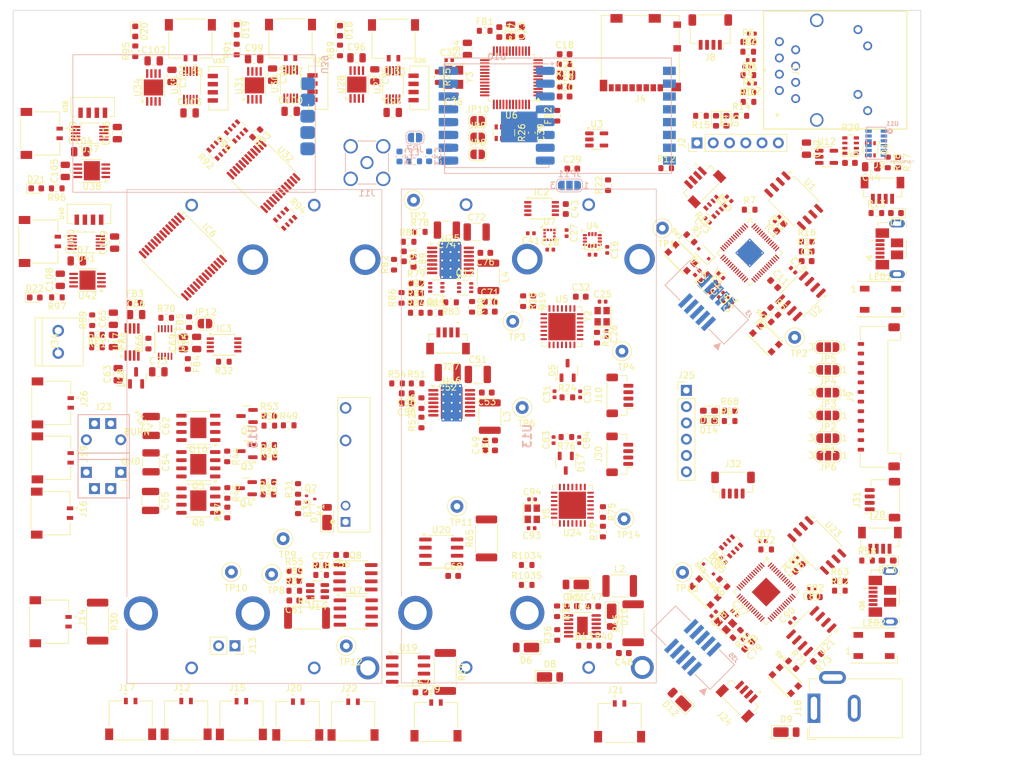
<source format=kicad_pcb>
(kicad_pcb (version 20240108) (generator "pcbnew") (generator_version "8.0")
  (layers (0 "F.Cu" signal) (1 "In1.Cu" signal) (2 "In2.Cu" signal) (31 "B.Cu" signal) (34 "B.Paste" user) (35 "F.Paste" user) (36 "B.SilkS" user "B.Silkscreen") (37 "F.SilkS" user "F.Silkscreen") (38 "B.Mask" user) (39 "F.Mask" user) (44 "Edge.Cuts" user))
  (net 0 "")
  (net 1 "Net-(IC1-XIN)")
  (net 2 "GND")
  (net 3 "Net-(C2-Pad2)")
  (net 4 "/Flight Computer Stuff/RX+")
  (net 5 "Net-(C3-Pad1)")
  (net 6 "GNDA")
  (net 7 "/Flight Computer Stuff/RCT")
  (net 8 "/Flight Computer Stuff/RX-")
  (net 9 "1.2V")
  (net 10 "+3V3")
  (net 11 "/Flight Computer Stuff/TCT")
  (net 12 "VDDA")
  (net 13 "Net-(U5-OSC1)")
  (net 14 "Net-(U5-OSC2)")
  (net 15 "Net-(U6-TOCAP)")
  (net 16 "Net-(U6-1V20)")
  (net 17 "Net-(U7-C1)")
  (net 18 "/Flight Computer Stuff/RF_VCC")
  (net 19 "/Flight Computer Stuff/CANL")
  (net 20 "/Flight Computer Stuff/CANH")
  (net 21 "+5V")
  (net 22 "/Flight Computer Stuff/RF1_ANT")
  (net 23 "Net-(U6-XO)")
  (net 24 "Net-(U6-XI{slash}CLKIN)")
  (net 25 "Net-(J33-Pin_2)")
  (net 26 "Net-(J33-Pin_1)")
  (net 27 "Net-(D6-K)")
  (net 28 "Net-(D11-K)")
  (net 29 "Net-(D10-K)")
  (net 30 "VBATT_SENSE")
  (net 31 "VBUSP")
  (net 32 "BURN")
  (net 33 "Heater")
  (net 34 "PACK-")
  (net 35 "B-")
  (net 36 "/Electrical Power System Stuff/VDD")
  (net 37 "/Electrical Power System Stuff/Jetson_pwr")
  (net 38 "AGND")
  (net 39 "AVDD")
  (net 40 "+3.3V")
  (net 41 "Net-(IC5-XIN)")
  (net 42 "/Electrical Power System Stuff/CANH")
  (net 43 "/Electrical Power System Stuff/CANL")
  (net 44 "Net-(U24-OSC1)")
  (net 45 "Net-(U24-OSC2)")
  (net 46 "/Payload Stuff/F0_ENB")
  (net 47 "/Payload Stuff/F1_ENB")
  (net 48 "/Payload Stuff/F2_ENB")
  (net 49 "/Payload Stuff/F3_ENB")
  (net 50 "/Payload Stuff/F4_ENB")
  (net 51 "2.8V")
  (net 52 "/Flight Computer Stuff/D3")
  (net 53 "Net-(D1-A)")
  (net 54 "FC_RX")
  (net 55 "FC_TX")
  (net 56 "Net-(D3-K)")
  (net 57 "VSOLAR_I")
  (net 58 "+9V")
  (net 59 "Net-(D18-A)")
  (net 60 "Net-(D19-A)")
  (net 61 "Net-(D20-A)")
  (net 62 "Net-(D21-A)")
  (net 63 "Net-(D22-A)")
  (net 64 "/Flight Computer Stuff/RF1_IO4")
  (net 65 "/Flight Computer Stuff/D+")
  (net 66 "FC_SDA0")
  (net 67 "/Flight Computer Stuff/SPI0_CS0")
  (net 68 "/Flight Computer Stuff/RF1_IO0")
  (net 69 "/Flight Computer Stuff/D7")
  (net 70 "/Flight Computer Stuff/SPI0_CS3")
  (net 71 "/Flight Computer Stuff/D6")
  (net 72 "/Flight Computer Stuff/ENABLE_BURN {slash} PC")
  (net 73 "/Flight Computer Stuff/SWCLK")
  (net 74 "/Flight Computer Stuff/SPI0_MISO")
  (net 75 "/Flight Computer Stuff/D8")
  (net 76 "/Flight Computer Stuff/SWDIO")
  (net 78 "D0")
  (net 79 "/Flight Computer Stuff/SPI0_CS2")
  (net 80 "/Flight Computer Stuff/RF1_RST")
  (net 81 "/Flight Computer Stuff/QSPI_SCK")
  (net 82 "/Flight Computer Stuff/D9")
  (net 83 "/Flight Computer Stuff/SPI0_SCK")
  (net 84 "/Flight Computer Stuff/QSPI_CS")
  (net 85 "/Flight Computer Stuff/SPI0_MOSI")
  (net 86 "/Flight Computer Stuff/QSPI_DATA[3]")
  (net 87 "FC_SCL0")
  (net 88 "/Flight Computer Stuff/SPI0_CS1")
  (net 89 "/Flight Computer Stuff/QSPI_DATA[1]")
  (net 90 "FC_RESET")
  (net 91 "/Flight Computer Stuff/QSPI_DATA[0]")
  (net 92 "Net-(IC1-XOUT)")
  (net 93 "/Flight Computer Stuff/SDA1")
  (net 94 "/Flight Computer Stuff/WDT_WDI")
  (net 95 "/Flight Computer Stuff/QSPI_DATA[2]")
  (net 96 "/Flight Computer Stuff/HS")
  (net 97 "/Flight Computer Stuff/BURN_RELAY_A {slash} D5")
  (net 98 "/Flight Computer Stuff/NEOPIX")
  (net 99 "/Flight Computer Stuff/D-")
  (net 100 "/Flight Computer Stuff/SCL1")
  (net 101 "/Flight Computer Stuff/I2C_RESET {slash} VS")
  (net 102 "/Flight Computer Stuff/ENAB_RF {slash} D2")
  (net 103 "/Flight Computer Stuff/VBUS_RESET {slash} D4")
  (net 104 "/Electrical Power System Stuff/SCL0")
  (net 105 "/Electrical Power System Stuff/SDA0")
  (net 106 "Net-(IC3-OS)")
  (net 107 "/Electrical Power System Stuff/CHRG'")
  (net 108 "Net-(IC4-VIN_REG)")
  (net 109 "Net-(IC4-VFB)")
  (net 112 "Net-(IC4-SENSE)")
  (net 113 "/Electrical Power System Stuff/USBBOOT")
  (net 114 "/Electrical Power System Stuff/A0")
  (net 115 "/Electrical Power System Stuff/WDT_WDI")
  (net 116 "/Electrical Power System Stuff/BURN_RELAY_A")
  (net 117 "/Electrical Power System Stuff/SWDIO")
  (net 118 "/Electrical Power System Stuff/5V_enable")
  (net 119 "/Electrical Power System Stuff/SWCLK")
  (net 120 "Net-(IC5-XOUT)")
  (net 121 "/Electrical Power System Stuff/QSPI_DATA[2]")
  (net 122 "EPS_SCL1")
  (net 123 "EPS_SDA1")
  (net 124 "/Electrical Power System Stuff/QSPI_DATA[0]")
  (net 125 "/Electrical Power System Stuff/QSPI_SCK")
  (net 126 "/Electrical Power System Stuff/SPI1_MISO")
  (net 127 "/Electrical Power System Stuff/SPI0_CS0")
  (net 128 "/Electrical Power System Stuff/Jetson")
  (net 129 "/Electrical Power System Stuff/QSPI_DATA[3]")
  (net 130 "/Electrical Power System Stuff/QSPI_DATA[1]")
  (net 131 "/Electrical Power System Stuff/ENABLE_BURN")
  (net 132 "/Electrical Power System Stuff/SPI1_CS0")
  (net 133 "/Electrical Power System Stuff/SPI0_MOSI")
  (net 134 "/Electrical Power System Stuff/ENAB_RF")
  (net 135 "/Electrical Power System Stuff/SPI1_MOSI")
  (net 136 "/Electrical Power System Stuff/ENAB_HEATER")
  (net 137 "/Electrical Power System Stuff/D+")
  (net 138 "/Electrical Power System Stuff/A1")
  (net 139 "/Electrical Power System Stuff/SPI1_SCK")
  (net 140 "/Electrical Power System Stuff/~{RESET}")
  (net 141 "/Electrical Power System Stuff/SPI0_MISO")
  (net 142 "/Electrical Power System Stuff/NEO_PWR")
  (net 143 "/Electrical Power System Stuff/D-")
  (net 144 "/Electrical Power System Stuff/SPI0_SCK")
  (net 145 "/Electrical Power System Stuff/VBUS_RESET")
  (net 146 "/Electrical Power System Stuff/QSPI_CS")
  (net 147 "/Electrical Power System Stuff/NEOPIX")
  (net 148 "/Electrical Power System Stuff/FC_RESET")
  (net 157 "/Payload Stuff/payload")
  (net 160 "/Flight Computer Stuff/GREENLED")
  (net 161 "/Flight Computer Stuff/TX+")
  (net 162 "/Flight Computer Stuff/TX-")
  (net 163 "/Flight Computer Stuff/YELLOWLED")
  (net 164 "VSOLAR")
  (net 165 "/Flight Computer Stuff/USB_D+")
  (net 166 "/Flight Computer Stuff/USB_D-")
  (net 167 "/Flight Computer Stuff/FC_USB_pwr")
  (net 168 "VBatt")
  (net 169 "VBatt1")
  (net 170 "/Electrical Power System Stuff/USB_D-")
  (net 171 "VBUS")
  (net 172 "/Electrical Power System Stuff/USB_D+")
  (net 173 "Net-(JP10-B)")
  (net 174 "Net-(K1-PadNO)")
  (net 175 "PACK+")
  (net 178 "Net-(Q3-D)")
  (net 179 "Net-(Q3-G)")
  (net 180 "Net-(Q7-G)")
  (net 181 "Net-(Q8-G)")
  (net 182 "/Electrical Power System Stuff/3V3_EN")
  (net 183 "Net-(Q11A-B1)")
  (net 184 "Net-(Q11B-B2)")
  (net 185 "/Flight Computer Stuff/SCL_3V")
  (net 186 "/Flight Computer Stuff/SDA_3V")
  (net 187 "Net-(U2-~{RESET})")
  (net 188 "Net-(U5-RESET)")
  (net 189 "Net-(U5-STBY)")
  (net 190 "Net-(U6-EXRES1)")
  (net 191 "Net-(J37-Pin_1)")
  (net 192 "Net-(R26-R4.1)")
  (net 193 "/Electrical Power System Stuff/ENAB_BURN")
  (net 194 "BM")
  (net 195 "Net-(U24-RESET)")
  (net 196 "/Payload Stuff/F0_SCL")
  (net 197 "/Payload Stuff/F0_SDA")
  (net 198 "/Payload Stuff/F1_SDA")
  (net 199 "/Payload Stuff/F1_SCL")
  (net 200 "/Payload Stuff/F3_SDA")
  (net 201 "/Payload Stuff/F2_SCL")
  (net 202 "/Payload Stuff/F2_SDA")
  (net 203 "/Payload Stuff/F3_SCL")
  (net 204 "I2C_RESET")
  (net 205 "/Payload Stuff/F4_SCL")
  (net 206 "/Payload Stuff/Break_SDA")
  (net 207 "/Payload Stuff/F4_SDA")
  (net 208 "/Payload Stuff/Break_SCL")
  (net 209 "/Flight Computer Stuff/GPIO")
  (net 210 "/Flight Computer Stuff/XSHUT_2.8V")
  (net 211 "Net-(U2-~{MR})")
  (net 213 "/Flight Computer Stuff/MISO_ETHER")
  (net 225 "/Flight Computer Stuff/TXCAN")
  (net 228 "/Flight Computer Stuff/RXCAN")
  (net 262 "/Electrical Power System Stuff/OUT")
  (net 266 "/Electrical Power System Stuff/RXCAN")
  (net 269 "/Electrical Power System Stuff/TXCAN")
  (net 275 "Net-(C6-Pad1)")
  (net 276 "Net-(J11-In)")
  (net 277 "Net-(U16-SW1)")
  (net 278 "Net-(U16-VBST)")
  (net 279 "Net-(C56-Pad1)")
  (net 280 "Net-(U14-V-)")
  (net 281 "Net-(U16-SS)")
  (net 282 "Net-(U14-VC)")
  (net 283 "Net-(U16-VREG5)")
  (net 284 "Net-(U17--IN)")
  (net 285 "Net-(U17-+IN)")
  (net 286 "Net-(U17-+Vs)")
  (net 287 "Net-(U25-VBST)")
  (net 288 "Net-(U25-SW1)")
  (net 289 "Net-(C78-Pad2)")
  (net 290 "Net-(U25-SS)")
  (net 291 "Net-(U25-VREG5)")
  (net 292 "Net-(Q12A-C1)")
  (net 293 "Net-(U27-REG)")
  (net 294 "Net-(U30-REG)")
  (net 295 "Net-(U35-REG)")
  (net 296 "Net-(U37-REG)")
  (net 297 "Net-(U41-REG)")
  (net 298 "Net-(D2-A)")
  (net 299 "Net-(D4-K)")
  (net 307 "Net-(J9-Pin_7)")
  (net 308 "Net-(J9-Pin_11)")
  (net 309 "Net-(J9-Pin_1)")
  (net 310 "Net-(J9-Pin_6)")
  (net 311 "Net-(J9-Pin_8)")
  (net 312 "Net-(J9-Pin_10)")
  (net 314 "Net-(J34-Pin_2)")
  (net 315 "Net-(J34-Pin_1)")
  (net 320 "Net-(JP8-B)")
  (net 321 "Net-(JP9-B)")
  (net 322 "Net-(JP12-A)")
  (net 323 "Net-(D7-A)")
  (net 324 "Net-(Q2-E)")
  (net 325 "Net-(Q4-G)")
  (net 326 "Net-(Q4-D)")
  (net 327 "Net-(Q7-D-Pad5)")
  (net 328 "Net-(Q9-G)")
  (net 329 "Net-(Q10-Gate)")
  (net 330 "Net-(Q12A-B1)")
  (net 331 "Net-(Q12B-B2)")
  (net 332 "Net-(U16-VFB)")
  (net 333 "Net-(U16-PG)")
  (net 334 "Net-(U17-REF)")
  (net 335 "Net-(U21-~{RESET})")
  (net 336 "Net-(U25-VFB)")
  (net 337 "Net-(U25-PG)")
  (net 338 "Net-(R84-Pad2)")
  (net 350 "Net-(U21-~{MR})")
  (net 353 "Net-(J37-Pin_2)")
  (net 356 "Net-(J38-Pin_2)")
  (net 364 "Net-(J38-Pin_1)")
  (net 365 "Net-(J39-Pin_1)")
  (net 369 "Net-(J39-Pin_2)")
  (net 371 "Net-(D14-Pad1)")
  (net 372 "Net-(D15-Pad1)")
  (net 373 "Net-(D13-Pad2)")
  (net 374 "Net-(D16-Pad2)")
  (net 375 "Net-(J40-Pin_2)")
  (net 376 "Net-(J40-Pin_1)")
  (net 377 "Net-(J12-Pin_2)")
  (net 378 "Net-(J17-Pin_1)")
  (net 379 "Net-(R1034-Pad2)")
  (footprint "Jumper:SolderJumper-3_P1.3mm_Open_RoundedPad1.0x1.5mm_NumberLabels" (layer "F.Cu") (at 202.975 96.15 180)
    (property "Reference" "JP2")
    (property "Value" "Jumper_3_Open")
  )
  (footprint "Diode_SMD:D_PowerDI-123" (layer "F.Cu") (at 159.602817 136.971446)
    (property "Reference" "D8")
    (property "Value" "DFLS130L")
  )
  (footprint "Capacitor_SMD:C_0603_1608Metric" (layer "F.Cu") (at 139.402817 139.363946)
    (property "Reference" "C67")
    (property "Value" "0.1uF")
  )
  (footprint "Connector_JST:JST_SH_SM04B-SRSS-TB_1x04-1MP_P1.00mm_Horizontal" (layer "F.Cu") (at 184.625 36.325 180)
    (property "Reference" "J8")
    (property "Value" "Breakout")
  )
  (footprint "Capacitor_SMD:C_0402_1005Metric" (layer "F.Cu") (at 188.45 127.025 -45)
    (property "Reference" "C77")
    (property "Value" "22pF")
  )
  (footprint "Resistor_SMD:R_0603_1608Metric" (layer "F.Cu") (at 194.625 79.9 -45)
    (property "Reference" "R5")
    (property "Value" "10k")
  )
  (footprint "flat-sat:BTN_KMR2_4.6X2.8" (layer "F.Cu") (at 196.340254 137.502512 -45)
    (property "Reference" "SW4")
    (property "Value" "KMR2")
  )
  (footprint "Resistor_SMD:R_0603_1608Metric" (layer "F.Cu") (at 136.452817 77.808946 90)
    (property "Reference" "R86")
    (property "Value" "100K")
  )
  (footprint "Capacitor_SMD:C_0402_1005Metric" (layer "F.Cu") (at 190.05 130.775 -135)
    (property "Reference" "C88")
    (property "Value" "0.1uF")
  )
  (footprint "flat-sat:MOLEX_504050-0291" (layer "F.Cu") (at 94.182817 143.758946)
    (property "Reference" "J17")
    (property "Value" "Foot2")
  )
  (footprint "Jumper:SolderJumper-2_P1.3mm_Open_RoundedPad1.0x1.5mm" (layer "F.Cu") (at 148.325001 55.4125)
    (property "Reference" "JP8")
    (property "Value" "SolderJumper_2_Open")
  )
  (footprint "Resistor_SMD:R_0603_1608Metric" (layer "F.Cu") (at 160.75 49.3875 90)
    (property "Reference" "FB2")
    (property "Value" "FerriteBead")
  )
  (footprint "TestPoint:TestPoint_Loop_D1.80mm_Drill1.0mm_Beaded" (layer "F.Cu") (at 109.902817 120.571446)
    (property "Reference" "TP10")
    (property "Value" "GND")
  )
  (footprint "Capacitor_SMD:C_0603_1608Metric" (layer "F.Cu") (at 138.727817 77.058946)
    (property "Reference" "C92")
    (property "Value" "10uF")
  )
  (footprint "flat-sat:ScrewTerminal" (layer "F.Cu") (at 82.877817 84.671446 -90)
    (property "Reference" "J34")
    (property "Value" "Screw_Terminal_01x02")
  )
  (footprint "Capacitor_SMD:C_0402_1005Metric" (layer "F.Cu") (at 190.375 41.725 180)
    (property "Reference" "C4")
    (property "Value" "10nf")
  )
  (footprint "LED_SMD:LED_0603_1608Metric" (layer "F.Cu") (at 126.85 36.125 -90)
    (property "Reference" "D18")
    (property "Value" "CQY99")
  )
  (footprint "Capacitor_SMD:C_0402_1005Metric" (layer "F.Cu") (at 191.125 36.575 180)
    (property "Reference" "C6")
    (property "Value" "6.8nf")
  )
  (footprint "Resistor_SMD:R_0603_1608Metric" (layer "F.Cu") (at 147.452817 79.208946 -90)
    (property "Reference" "R88")
    (property "Value" "10K")
  )
  (footprint "Package_TO_SOT_SMD:SOT-363_SC-70-6" (layer "F.Cu") (at 141.877817 76.171446 180)
    (property "Reference" "Q11")
    (property "Value" "MBT2222ADW1T1")
  )
  (footprint "Resistor_SMD:R_0603_1608Metric" (layer "F.Cu") (at 115.817501 96.2)
    (property "Reference" "R53")
    (property "Value" "100k")
  )
  (footprint "flat-sat:BTN_KMR2_4.6X2.8" (layer "F.Cu") (at 180.1 71.55 -45)
    (property "Reference" "SW1")
    (property "Value" "KMR2")
  )
  (footprint "flat-sat:MOLEX_504050-0291" (layer "F.Cu") (at 81.7875 94.2 -90)
    (property "Reference" "J26")
    (property "Value" "Jetson")
  )
  (footprint "flat-sat:BTN_KMR2_4.6X2.8" (layer "F.Cu") (at 183.775 123.693629 -45)
    (property "Reference" "SW3")
    (property "Value" "KMR2")
  )
  (footprint "Package_SO:SOIC-8_3.9x4.9mm_P1.27mm" (layer "F.Cu") (at 129.252817 121.411446)
    (property "Reference" "Q8")
    (property "Value" "IRF7458")
  )
  (footprint "Capacitor_SMD:C_0402_1005Metric" (layer "F.Cu") (at 168.55 70.325 -90)
    (property "Reference" "C16")
    (property "Value" "100nf")
  )
  (footprint "Diode_SMD:D_PowerDI-123" (layer "F.Cu") (at 196.5 145.575)
    (property "Reference" "D9")
    (property "Value" "DFLS130L")
  )
  (footprint "TestPoint:TestPoint_Loop_D1.80mm_Drill1.0mm_Beaded" (layer "F.Cu") (at 117.977817 115.396446)
    (property "Reference" "TP9")
    (property "Value" "BM")
  )
  (footprint "Package_TO_SOT_SMD:SOT-523" (layer "F.Cu") (at 122.270001 109.2)
    (property "Reference" "Q2")
    (property "Value" "MMBT2222AT")
  )
  (footprint "LED_SMD:LED_0603_1608Metric" (layer "F.Cu") (at 94.9 36.225 -90)
    (property "Reference" "D20")
    (property "Value" "CQY99")
  )
  (footprint "Jumper:SolderJumper-2_P1.3mm_Open_RoundedPad1.0x1.5mm" (layer "F.Cu") (at 148.325004 52.762499)
    (property "Reference" "JP9")
    (property "Value" "SolderJumper_2_Open")
  )
  (footprint "Package_SO:SOIC-8_3.9x4.9mm_P1.27mm" (layer "F.Cu") (at 137.477817 135.813946)
    (property "Reference" "U19")
    (property "Value" "INA219AxD")
  )
  (footprint "Resistor_SMD:R_0603_1608Metric" (layer "F.Cu") (at 186.65 122.293629 135)
    (property "Reference" "R69")
    (property "Value" "1k")
  )
  (footprint "Resistor_SMD:R_0603_1608Metric" (layer "F.Cu") (at 120.300001 110.65 -90)
    (property "Reference" "R33")
    (property "Value" "100")
  )
  (footprint "Resistor_SMD:R_0603_1608Metric" (layer "F.Cu") (at 138.727817 78.583946)
    (property "Reference" "R81")
    (property "Value" "100K")
  )
  (footprint "Capacitor_SMD:C_0402_1005Metric" (layer "F.Cu") (at 182.6 73.9 -135)
    (property "Reference" "C2")
    (property "Value" "22pF")
  )
  (footprint "Capacitor_SMD:C_0603_1608Metric" (layer "F.Cu") (at 163.042817 125.911446)
    (property "Reference" "C46")
    (property "Value" "10uF")
  )
  (footprint "flat-sat:MOLEX_504050-0291" (layer "F.Cu") (at 128.882817 143.871446)
    (property "Reference" "J22")
    (property "Value" "RBF")
  )
  (footprint "Package_DFN_QFN:QFN-28-1EP_6x6mm_P0.65mm_EP4.25x4.25mm" (layer "F.Cu") (at 163.105 110.17 180)
    (property "Reference" "U24")
    (property "Value" "MCP25625-E/ML")
  )
  (footprint "Capacitor_SMD:C_0603_1608Metric" (layer "F.Cu") (at 151.027817 100.833946 90)
    (property "Reference" "C50")
    (property "Value" "22uF")
  )
  (footprint "Resistor_SMD:R_0603_1608Metric" (layer "F.Cu") (at 160.717817 126.711446 -90)
    (property "Reference" "R35")
    (property "Value" "94k")
  )
  (footprint "Capacitor_SMD:C_0603_1608Metric" (layer "F.Cu") (at 123.902817 119.521446)
    (property "Reference" "C57")
    (property "Value" "0.1uF")
  )
  (footprint "Capacitor_SMD:C_0603_1608Metric" (layer "F.Cu") (at 164.425 77.625)
    (property "Reference" "C32")
    (property "Value" "10uf")
  )
  (footprint "Resistor_SMD:R_0603_1608Metric" (layer "F.Cu") (at 189.475 49.399999)
    (property "Reference" "R14")
    (property "Value" "1k")
  )
  (footprint "Package_SO:SOIC-8-1EP_3.9x4.9mm_P1.27mm_EP2.514x3.2mm" (layer "F.Cu") (at 104.7425 98.1 180)
    (property "Reference" "Q10")
    (property "Value" "NDS8434")
  )
  (footprint "Resistor_SMD:R_0603_1608Metric" (layer "F.Cu") (at 109.2625 108.25 -90)
    (property "Reference" "R45")
    (property "Value" "100k")
  )
  (footprint "Package_SO:HTSSOP-14-1EP_4.4x5mm_P0.65mm_EP3.4x5mm_Mask3x3.1mm_ThermalVias" (layer "F.Cu") (at 144.090317 71.958946)
    (property "Reference" "U25")
    (property "Value" "TPS54226PWPRPWP14_2P31X2P46-L")
  )
  (footprint "Capacitor_SMD:C_0603_1608Metric" (layer "F.Cu") (at 155.25 36.3375 90)
    (property "Reference" "C17")
    (property "Value" "0.1uF")
  )
  (footprint "Package_TO_SOT_SMD:SOT-23-6" (layer "F.Cu") (at 123.340317 123.571446 180)
    (property "Reference" "U14")
    (property "Value" "R5460N208AA")
  )
  (footprint "Capacitor_SMD:C_0402_1005Metric" (layer "F.Cu") (at 190.95 40.7 180)
    (property "Reference" "C3")
    (property "Value" "6.8nf")
  )
  (footprint "Connector_JST:JST_SH_BM04B-SRSS-TB_1x04-1MP_P1.00mm_Vertical" (layer "F.Cu") (at 188.175 107.025)
    (property "Reference" "J32")
    (property "Value" "I2C1 Breakout")
  )
  (footprint "Resistor_SMD:R_0603_1608Metric" (layer "F.Cu") (at 119.715317 120.408946)
    (property "Reference" "R55")
    (property "Value" "330")
  )
  (footprint "Capacitor_SMD:C_0402_1005Metric" (layer "F.Cu") (at 192.8 115.775)
    (property "Reference" "C87")
    (property "Value" "0.1uF")
  )
  (footprint "Capacitor_SMD:C_0402_1005Metric" (layer "F.Cu") (at 162.2075 67.7075 -90)
    (property "Reference" "C27")
    (property "Value" "100nf")
  )
  (footprint "Capacitor_SMD:C_0603_1608Metric" (layer "F.Cu") (at 144.502817 121.196446)
    (property "Reference" "C68")
    (property "Value" "0.1uF")
  )
  (footprint "Resistor_SMD:R_0603_1608Metric" (layer "F.Cu") (at 96.952817 84.946445 90)
    (property "Reference" "R66")
    (property "Value" "1k")
  )
  (footprint "Capacitor_SMD:C_0603_1608Metric" (layer "F.Cu") (at 150.227817 78.408946)
    (property "Reference" "C71")
    (property "Value" "22uF")
  )
  (footprint "Package_SO:MSOP-8-1EP_3x3mm_P0.65mm_EP2.5x3mm_Mask1.73x2.36mm" (layer "F.Cu") (at 129.465 44.52 90)
    (property "Reference" "U28")
    (property "Value" "MCP9808_DFN")
  )
  (footprint "Resistor_SMD:R_0603_1608Metric" (layer "F.Cu") (at 155.975 119.49)
    (property "Reference" "R1034")
    (property "Value" "100K")
  )
  (footprint "Jumper:SolderJumper-3_P1.3mm_Open_RoundedPad1.0x1.5mm_NumberLabels" (layer "F.Cu") (at 202.975 92.6 180)
    (property "Reference" "JP3")
    (property "Value" "Jumper_3_Open")
  )
  (footprint "Capacitor_SMD:C_0805_2012Metric" (layer "F.Cu") (at 95.027817 80.421446)
    (property "Reference" "C66")
    (property "Value" "1uF")
  )
  (footprint "Capacitor_SMD:C_0402_1005Metric" (layer "F.Cu") (at 195.05 65.525 -135)
    (property "Reference" "C7")
    (property "Value" "100nf")
  )
  (footprint "Package_TO_SOT_SMD:SOT-23" (layer "F.Cu") (at 112.3125 101.725 180)
    (property "Reference" "Q3")
    (property "Value" "IRLML2803")
  )
  (footprint "Capacitor_SMD:C_0402_1005Metric" (layer "F.Cu") (at 187.564411 62.364411 135)
    (property "Reference" "C10")
    (property "Value" "100nf")
  )
  (footprint "Capacitor_SMD:C_0805_2012Metric" (layer "F.Cu") (at 135.075 48.875)
    (property "Reference" "C97")
    (property "Value" "1uF")
  )
  (footprint "Capacitor_SMD:C_0603_1608Metric" (layer "F.Cu") (at 149.752817 92.583946 180)
    (property "Reference" "C53")
    (property "Value" "0.1uF")
  )
  (footprint "Capacitor_SMD:C_0603_1608Metric" (layer "F.Cu") (at 206.425001 56.75)
    (property "Reference" "C45")
    (property "Value" "0.1uF")
  )
  (footprint "Capacitor_SMD:C_0603_1608Metric" (layer "F.Cu") (at 137.252817 92.708946 180)
    (property "Reference" "C60")
    (property "Value" "1uF")
  )
  (footprint "Resistor_SMD:R_0402_1005Metric" (layer "F.Cu") (at 186.275 74.35 135)
    (property "Reference" "R3")
    (property "Value" "1k")
  )
  (footprint "flat-sat:MOLEX_504050-0291" (layer "F.Cu") (at 80.059998 52.15 -90)
    (property "Reference" "J39")
    (property "Value" "Driver3")
  )
  (footprint "Resistor_SMD:R_Array_Convex_4x0603" (layer "F.Cu") (at 118.286351 65.462644 -45)
    (property "Reference" "R94")
    (property "Value" "10k")
  )
  (footprint "Capacitor_SMD:C_0603_1608Metric" (layer "F.Cu") (at 161.9 44.8625)
    (property "Reference" "C19")
    (property "Value" "0.1uF")
  )
  (footprint "Package_SO:SOIC-8_3.9x4.9mm_P1.27mm" (layer "F.Cu") (at 142.652817 117.421446)
    (property "Reference" "U20")
    (property "Value" "INA219AxD")
  )
  (footprint "Resistor_SMD:R_2512_6332Metric" (layer "F.Cu") (at 172.592817 128.586446 90)
    (property "Reference" "R46")
    (property "Value" "0.1")
  )
  (footprint "Capacitor_SMD:C_0805_2012Metric" (layer "F.Cu") (at 129.425 40.35)
    (property "Reference" "C96")
    (property "Value" "1uF")
  )
  (footprint "Package_TO_SOT_SMD:SOT-23-3" (layer "F.Cu") (at 162.3625 89.1375 90)
    (property "Reference" "D5")
    (property "Value" "PESD1CAN")
  )
  (footprint "Capacitor_SMD:C_0402_1005Metric" (layer "F.Cu") (at 164.325 92.87 -90)
    (property "Reference" "C30")
    (property "Value" "47pf")
  )
  (footprint "Package_TO_SOT_SMD:SOT-363_SC-70-6" (layer "F.Cu") (at 146.377817 76.208946)
    (property "Reference" "Q12")
    (property "Value" "MBT2222ADW1T1")
  )
  (footprint "Resistor_SMD:R_0603_1608Metric" (layer "F.Cu") (at 94.827817 78.596446)
    (property "Reference" "FB3")
    (property "Value" "FerriteBead")
  )
  (footprint "Resistor_SMD:R_0603_1608Metric" (layer "F.Cu") (at 141.727817 80.133946)
    (property "Reference" "R85")
    (property "Value" "100K")
  )
  (footprint "Capacitor_SMD:C_0402_1005Metric" (layer "F.Cu") (at 159.6575 70.2825)
    (property "Reference" "C28")
    (property "Value" "220nf")
  )
  (footprint "Capacitor_SMD:C_0402_1005Metric" (layer "F.Cu") (at 156.6325 67.7325 180)
    (property "Reference" "C41")
    (property "Value" "100nf")
  )
  (footprint "Package_SO:TSSOP-8_3x3mm_P0.65mm" (layer "F.Cu") (at 108.752816 85.146446)
    (property "Reference" "IC3")
    (property "Value" "PCT2075DP,118")
  )
  (footprint "Connector_Card:microSD_HC_Molex_104031-0811" (layer "F.Cu") (at 173.725 39.575 180)
    (property "Reference" "J4")
    (property "Value" "104031-0811")
  )
  (footprint "Package_QFP:LQFP-48_7x7mm_P0.5mm" (layer "F.Cu") (at 153.6 43.4625 180)
    (property "Reference" "U6")
    (property "Value" "W5500")
  )
  (footprint "Package_SO:VSSOP-10_3x3mm_P0.5mm" (layer "F.Cu") (at 135.125 44.575 90)
    (property "Reference" "U27")
    (property "Value" "DRV2605LDGS")
  )
  (footprint "TestPoint:TestPoint_Loop_D1.80mm_Drill1.0mm_Beaded" (layer "F.Cu") (at 177.15 66.925)
    (property "Reference" "TP1")
    (property "Value" "USBBOOT")
  )
  (footprint "Package_SO:SOIC-8_5.275x5.275mm_P1.27mm" (layer "F.Cu") (at 197.65 62.65 -45)
    (property "Reference" "U1")
    (property "Value" "W25Q128JV")
  )
  (footprint "Capacitor_SMD:C_0603_1608Metric" (layer "F.Cu") (at 195.551992 66.823008 45)
    (property "Reference" "C9")
    (property "Value" "1uF")
  )
  (footprint "Package_SO:SO-8_3.9x4.9mm_P1.27mm" (layer "F.Cu") (at 200.404038 129.822667 -135)
    (property "Reference" "U21")
    (property "Value" "MAX706RESA")
  )
  (footprint "LED_SMD:LED_0603_1608Metric" (layer "F.Cu") (at 79.225 77.75)
    (property "Reference" "D22")
    (property "Value" "CQY99")
  )
  (footprint "Capacitor_SMD:C_0603_1608Metric" (layer "F.Cu") (at 119.715317 125.033946 180)
    (property "Reference" "C61")
    (property "Value" "0.1uF")
  )
  (footprint "Capacitor_SMD:C_0603_1608Metric" (layer "F.Cu") (at 150.227817 79.958946)
    (property "Reference" "C70")
    (property "Value" "22uF")
  )
  (footprint "Capacitor_SMD:C_0805_2012Metric" (layer "F.Cu") (at 119.15 48.7)
    (property "Reference" "C100")
    (property "Value" "1uF")
  )
  (footprint "Resistor_SMD:R_0603_1608Metric" (layer "F.Cu") (at 103.102817 88.121446 -90)
    (property "Reference" "FB4")
    (property "Value" "FerriteBead")
  )
  (footprint "Capacitor_SMD:C_0603_1608Metric" (layer "F.Cu") (at 137.252817 94.258946 180)
    (property "Reference" "C58")
    (property "Value" "3.3nF")
  )
  (footprint "Diode_SMD:D_PowerDI-123" (layer "F.Cu") (at 155.877817 132.371446 180)
    (property "Reference" "D6")
    (property "Value" "DFLS130L")
  )
  (footprint "Capacitor_SMD:C_0402_1005Metric" (layer "F.Cu") (at 167.825 78.4)
    (property "Reference" "C25")
    (property "Value" "22pf")
  )
  (footprint "Capacitor_SMD:C_0402_1005Metric" (layer "F.Cu") (at 197.45 128.15 45)
    (property "Reference" "C90")
    (property "Value" "0.1uF")
  )
  (footprint "Capacitor_SMD:C_0402_1005Metric" (layer "F.Cu") (at 200.45 123.225 180)
    (property "Reference" "C80")
    (property "Value" "0.1uF")
  )
  (footprint "Capacitor_SMD:C_0603_1608Metric" (layer "F.Cu") (at 136.802817 71.333946 -90)
    (property "Reference" "C91")
    (property "Value" "1uF")
  )
  (footprint "Resistor_SMD:R_0603_1608Metric" (layer "F.Cu") (at 115.7875 100.775 180)
    (property "Reference" "R38")
    (property "Value" "10k")
  )
  (footprint "Diode_SMD:D_0603_1608Metric_Pad1.05x0.95mm_HandSolder" (layer "F.Cu") (at 212.3 118.8 180)
    (property "Reference" "D13")
    (property "Value" "Blue")
  )
  (footprint "Capacitor_SMD:C_0805_2012Metric" (layer "F.Cu") (at 100.625 43.175 -90)
    (property "Reference" "C101")
    (property "Value" "1uF")
  )
  (footprint "Resistor_SMD:R_0603_1608Metric" (layer "F.Cu") (at 82.65 60.725 180)
    (property "Reference" "R96")
    (property "Value" "1k")
  )
  (footprint "Package_SO:MSOP-8-1EP_3x3mm_P0.65mm_EP2.5x3mm_Mask1.73x2.36mm" (layer "F.Cu") (at 97.735 44.98 90)
    (property "Reference" "U34")
    (property "Value" "MCP9808_DFN")
  )
  (footprint "Resistor_SMD:R_0603_1608Metric" (layer "F.Cu") (at 160.742817 130.411446 90)
    (property "Reference" "R36")
    (property "Value" "10K")
  )
  (footprint "Capacitor_SMD:C_0603_1608Metric" (layer "F.Cu") (at 156.775 52.0375 -90)
    (property "Reference" "C39")
    (property "Value" "0.1uF")
  )
  (footprint "Capacitor_SMD:C_0603_1608Metric" (layer "F.Cu") (at 199.675 72.075)
    (property "Reference" "C5")
    (property "Value" "1uF")
  )
  (footprint "Resistor_SMD:R_0603_1608Metric" (layer "F.Cu") (at 209.1 118.8)
    (property "Reference" "R58")
    (property "Value" "10k")
  )
  (footprint "Resistor_SMD:R_0603_1608Metric" (layer "F.Cu") (at 177.75 57.575)
    (property "Reference" "R12")
    (property "Value" "10k")
  )
  (footprint "Resistor_SMD:R_0603_1608Metric" (layer "F.Cu") (at 144.177817 78.508946 180)
    (property "Reference" "R83")
    (property "Value" "20K")
  )
  (footprint "Resistor_SMD:R_0603_1608Metric" (layer "F.Cu") (at 115.8125 102.7)
    (property "Reference" "R41")
    (property "Value" "4.7k")
  )
  (footprint "Package_SO:VSSOP-10_3x3mm_P0.5mm" (layer "F.Cu") (at 87.799999 52.125 180)
    (property "Reference" "U37")
    (property "Value" "DRV2605LDGS")
  )
  (footprint "Resistor_SMD:R_0603_1608Metric" (layer "F.Cu") (at 135.277817 72.633946 90)
    (property "Reference" "R82")
    (property "Value" "100K")
  )
  (footprint "Jumper:SolderJumper-2_P1.3mm_Open_RoundedPad1.0x1.5mm" (layer "F.Cu") (at 105.777817 81.821446)
    (property "Reference" "JP12")
    (property "Value" "SolderJumper_2_Open")
  )
  (footprint "Resistor_SMD:R_0603_1608Metric" (layer "F.Cu") (at 155.975 122.6)
    (property "Reference" "R1035")
    (property "Value" "100K")
  )
  (footprint "Capacitor_SMD:C_0805_2012Metric" (layer "F.Cu") (at 132.275 43.1 -90)
    (property "Reference" "C95")
    (property "Value" "1uF")
  )
  (footprint "TestPoint:TestPoint_Loop_D1.80mm_Drill1.0mm_Beaded" (layer "F.Cu") (at 153.8 81.475)
    (property "Reference" "TP3")
    (property "Value" "RESET")
  )
  (footprint "Resistor_SMD:R_0603_1608Metric" (layer "F.Cu") (at 142.125 43.3625 -90)
    (property "Reference" "R25")
    (property "Value" "1M")
  )
  (footprint "Package_SO:VSSOP-10_3x3mm_P0.5mm" (layer "F.Cu") (at 87.25 69.1625 180)
    (property "Reference" "U41")
    (property "Value" "DRV2605LDGS")
  )
  (footprint "Jumper:SolderJumper-2_P1.3mm_Open_RoundedPad1.0x1.5mm" (layer "F.Cu") (at 148.325003 50.1875)
    (property "Reference" "JP10")
    (property "Value" "SolderJumper_2_Open")
  )
  (footprint "Capacitor_SMD:C_0402_1005Metric" (layer "F.Cu") (at 184.2 65.725 135)
    (property "Reference" "C13")
    (property "Value" "100nf")
  )
  (footprint "Capacitor_SMD:C_0402_1005Metric" (layer "F.Cu") (at 156.75 113.75 180)
    (property "Reference" "C93")
    (property "Value" "22pf")
  )
  (footprint "Connector_JST:JST_SH_BM04B-SRSS-TB_1x04-1MP_P1.00mm_Vertical" (layer "F.Cu") (at 170.5 102.225 90)
    (property "Reference" "J30")
    (property "Value" "CAN1")
  )
  (footprint "LED_SMD:LED_0603_1608Metric" (layer "F.Cu") (at 79.45 60.725)
    (property "Reference" "D21")
    (property "Value" "CQY99")
  )
  (footprint "Resistor_SMD:R_0603_1608Metric" (layer "F.Cu") (at 139.552817 97.258946 90)
    (property "Reference" "R52")
    (property "Value" "10K")
  )
  (footprint "Jumper:SolderJumper-3_P1.3mm_Open_RoundedPad1.0x1.5mm_NumberLabels" (layer "F.Cu") (at 202.975 99.7 180)
    (property "Reference" "JP1")
    (property "Value" "Jumper_3_Open")
  )
  (footprint "Resistor_SMD:R_Array_Convex_4x0603" (layer "F.Cu") (at 185.425 63.6 135)
    (property "Reference" "R11")
    (property "Value" "10k")
  )
  (footprint "Resistor_SMD:R_0603_1608Metric" (layer "F.Cu") (at 210.55 64.575)
    (property "Reference" "R13")
    (property "Value" "10k")
  )
  (footprint "Resistor_SMD:R_0603_1608Metric" (layer "F.Cu") (at 123.902817 121.046446)
    (property "Reference" "R48")
    (property "Value" "1K")
  )
  (footprint "Capacitor_SMD:C_0402_1005Metric" (layer "F.Cu") (at 164.175 100.005 -90)
    (property "Reference" "C84")
    (property "Value" "47pf")
  )
  (footprint "flat-sat:XDCR_VEML7700-TT" (layer "F.Cu") (at 139.225 45.055)
    (property "Reference" "U26")
    (property "Value" "VEML7700")
  )
  (footprint "Resistor_SMD:R_0603_1608Metric" (layer "F.Cu") (at 161.9 41.3125 180)
    (property "Reference" "R20")
    (property "Value" "12.4k")
  )
  (footprint "Resistor_SMD:R_Array_Convex_4x0603" (layer "F.Cu") (at 187.875 116.593629 135)
    (property "Reference" "R87")
    (property "Value" "10k")
  )
  (footprint "Capacitor_SMD:C_0402_1005Metric" (layer "F.Cu") (at 191.15 44.35 180)
    (property "Reference" "C12")
    (property "Value" "10nf")
  )
  (footprint "Resistor_SMD:R_0603_1608Metric" (layer "F.Cu") (at 139.302817 67.508946)
    (property "Reference" "R78")
    (property "Value" "73.2K")
  )
  (footprint "Resistor_SMD:R_0603_1608Metric" (layer "F.Cu") (at 213.925001 56.7 -90)
    (property "Reference" "R27")
    (property "Value" "10K")
  )
  (footprint "Resistor_SMD:R_0603_1608Metric" (layer "F.Cu") (at 190.6 47.225)
    (property "Reference" "R10")
    (property "Value" "49.9")
  )
  (footprint "Capacitor_SMD:C_0805_2012Metric" (layer "F.Cu") (at 92.227817 89.721446 90)
    (property "Reference" "C63")
    (property "Value" "0.01uF")
  )
  (footprint "Resistor_SMD:R_0603_1608Metric" (layer "F.Cu") (at 166.95 84.025 -90)
    (property "Reference" "R21")
    (property "Value" "10k")
  )
  (footprint "TestPoint:TestPoint_Loop_D1.80mm_Drill1.0mm_Beaded" (layer "F.Cu") (at 171.175 112.3)
    (property "Reference" "TP14")
    (property "Value" "RESET")
  )
  (footprint "Resistor_SMD:R_0603_1608Metric" (layer "F.Cu") (at 167.875 114.275 90)
    (property "Reference" "R77")
    (property "Value" "10k")
  )
  (footprint "Resistor_SMD:R_0603_1608Metric" (layer "F.Cu") (at 190.575 43.05)
    (property "Reference" "R8")
    (property "Value" "10")
  )
  (footprint "Resistor_SMD:R_0603_1608Metric" (layer "F.Cu") (at 149.425 36.1375)
    (property "Reference" "FB1")
    (property "Value" "FerriteBead")
  )
  (footprint "Capacitor_SMD:C_0603_1608Metric" (layer "F.Cu") (at 190.551992 132.073008 -135)
    (property "Reference" "C79")
    (property "Value" "1uF")
  )
  (footprint "Capacitor_SMD:C_0805_2012Metric" (layer "F.Cu") (at 98.502816 89.346446)
    (property "Reference" "C73")
    (property "Value" "10uF")
  )
  (footprint "flat-sat:MOLEX_504050-0291" (layer "F.Cu") (at 120.257817 143.858946)
    (property "Reference" "J20")
    (property "Value" "Foot3")
  )
  (footprint "Package_LGA:LGA-12_2x2mm_P0.5mm" (layer "F.Cu") (at 159.5375 67.975)
    (property "Reference" "U7")
    (property "Value" "LSM303AGRTR")
  )
  (footprint "Resistor_SMD:R_0603_1608Metric" (layer "F.Cu") (at 168.042817 132.086446)
    (property "Reference" "R40")
    (property "Value" "634k")
  )
  (footprint "Resistor_SMD:R_0603_1608Metric" (layer "F.Cu") (at 110.725 39.05 90)
    (property "Reference" "R91")
    (property "Value" "1k")
  )
  (footprint "Resistor_SMD:R_0603_1608Metric" (layer "F.Cu") (at 181.525 68.525 -45)
    (property "Reference" "R1")
    (property "Value" "1k")
  )
  (footprint "Capacitor_SMD:C_0402_1005Metric" (layer "F.Cu") (at 197.55 73.5 -45)
    (property "Reference" "C15")
    (property "Value" "100nf")
  )
  (footprint "Resistor_SMD:R_0603_1608Metric" (layer "F.Cu") (at 109.2625 111.3 90)
    (property "Reference" "R37")
    (property "Value" "634k")
  )
  (footprint "Package_SO:MSOP-12-1EP_3x4mm_P0.65mm_EP1.65x2.85mm" (layer "F.Cu") (at 164.677817 128.996446)
    (property "Reference" "IC4")
    (property "Value" "LT3652IMSE#PBF")
  )
  (footprint "Connector_PinHeader_2.54mm:PinHeader_1x06_P2.54mm_Vertical" (layer "F.Cu") (at 180.9 92.245)
    (property "Reference" "J25")
    (property "Value" "Life Makes Lemonade")
  )
  (footprint "Capacitor_SMD:C_0603_1608Metric" (layer "F.Cu") (at 127.027817 117.921446 180)
    (property "Reference" "C56")
    (property "Value" "0.1uF")
  )
  (footprint "Capacitor_SMD:C_0603_1608Metric" (layer "F.Cu") (at 138.327817 72.183946 -90)
    (property "Reference" "C89")
    (property "Value" "3.3nF")
  )
  (footprint "Resistor_SMD:R_0603_1608Metric" (layer "F.Cu") (at 162.175 99.525 180)
    (property "Reference" "R76")
    (property "Value" "120")
  )
  (footprint "Package_SO:MSOP-8-1EP_3x3mm_P0.65mm_EP2.5x3mm_Mask1.73x2.36mm" (layer "F.Cu") (at 87.444999 75.0475 180)
    (property "Reference" "U42")
    (property "Value" "MCP9808_DFN")
  )
  (footprint "Capacitor_SMD:C_0805_2012Metric" (layer "F.Cu") (at 91.675 69.1875 90)
    (property "Reference" "C109")
    (property "Value" "1uF")
  )
  (footprint "Connector_JST:JST_SH_BM04B-SRSS-TB_1x04-1MP_P1.00mm_Vertical" (layer "F.Cu") (at 170.525 93.025 90)
    (property "Reference" "J10")
    (property "Value" "Breakout")
  )
  (footprint "Capacitor_SMD:C_0603_1608Metric" (layer "F.Cu") (at 161.9 39.7875)
    (property "Reference" "C18")
    (property "Value" "0.1uF")
  )
  (footprint "Capacitor_SMD:C_1210_3225Metric" (layer "F.Cu") (at 148.177817 67.533946)
    (property "Reference" "C72")
    (property "Value" "100uF")
  )
  (footprint "flat-sat:MOLEX_504050-0291" (layer "F.Cu") (at 141.827817 143.996446)
    (property "Reference" "J29")
    (property "Value" "Solar Input")
  )
  (footprint "Diode_SMD:D_PowerDI-123" (layer "F.Cu") (at 163.642817 122.536446 180)
    (property "Reference" "D11")
    (property "Value" "DFLS130L")
  )
  (footprint "Package_SO:MSOP-8-1EP_3x3mm_P0.65mm_EP2.5x3mm_Mask1.73x2.36mm" (layer "F.Cu") (at 113.5 44.65 90)
    (property "Reference" "U31")
    (property "Value" "MCP9808_DFN")
  )
  (footprint "Resistor_SMD:R_0603_1608Metric" (layer "F.Cu") (at 190.55 39.4)
    (property "Reference" "R4")
    (property "Value" "49.9")
  )
  (footprint "Resistor_SMD:R_0603_1608Metric" (layer "F.Cu") (at 88.927817 83.571445 180)
    (property "Reference" "R61")
    (property "Value" "100-Ohm")
  )
  (footprint "Inductor_SMD:L_1812_4532Metric" (layer "F.Cu") (at 170.492817 122.761446)
    (property "Reference" "L2")
    (property "Value" "10uH")
  )
  (footprint "Capacitor_SMD:C_0805_2012Metric" (layer "F.Cu") (at 153.475 36.1125 -90)
    (property "Reference" "C23")
    (property "Value" "10uF")
  )
  (footprint "flat-sat:XDCR_VEML7700-TT" (layer "F.Cu") (at 88.269999 48.025 90)
    (property "Reference" "U36")
    (property "Value" "VEML7700")
  )
  (footprint "flat-sat:JST_BM04B-SRSS-TB(LF)(SN)" (layer "F.Cu") (at 143.702817 85.721446 180)
    (property "Reference" "J27")
    (property "Value" "BM04B-SRSS-TB(LF)(SN)")
  )
  (footprint "Inductor_SMD:L_1812_4532Metric" (layer "F.Cu") (at 150.227817 96.333946 -90)
    (property "Reference" "L3")
    (property "Value" "4.7uH")
  )
  (footprint "Diode_SMD:D_SOD-323F" (layer "F.Cu") (at 184.35 120.118629 -45)
    (property "Reference" "D16")
    (property "Value" "NSR0320")
  )
  (footprint "Resistor_SMD:R_Array_Convex_4x0603" (layer "F.Cu") (at 206.525001 54.05)
    (property "Reference" "R29")
    (property "Value" "10K")
  )
  (footprint "Resistor_SMD:R_0603_1608Metric" (layer "F.Cu") (at 126.85 39.2 90)
    (property "Reference" "R89")
    (property "Value" "1k")
  )
  (footprint "Connector_JST:JST_SH_SM04B-SRSS-TB_1x04-1MP_P1.00mm_Horizontal" (layer "F.Cu") (at 211.5 109.3 90)
    (property "Reference" "J31")
    (property "Value" "I2C0 Breakout")
  )
  (footprint "Capacitor_SMD:C_0603_1608Metric" (layer "F.Cu") (at 149.502817 100.833946 90)
    (property "Reference" "C49")
    (property "Value" "22uF")
  )
  (footprint "TestPoint:TestPoint_Loop_D1.80mm_Drill1.0mm_Beaded" (layer "F.Cu") (at 170.85 86.125)
    (property "Reference" "TP4")
    (property "Value" "Standby")
  )
  (footprint "Resistor_SMD:R_0603_1608Metric" (layer "F.Cu") (at 212.325001 56.675 -90)
    (property "Reference" "R28")
    (property "Value" "10K")
  )
  (footprint "Capacitor_SMD:C_0402_1005Metric" (layer "F.Cu") (at 186.639411 118.735589 135)
    (property "Reference" "C85")
    (property "Value" "0.1uF")
  )
  (footprint "flat-sat:MOLEX_504050-0291" (layer "F.Cu") (at 81.45 128.35 -90)
    (property "Reference" "J14")
    (property "Value" "ISS Foot")
  )
  (footprint "flat-sat:MOLEX_504050-0291" (layer "F.Cu") (at 102.832817 143.758946)
    (property "Reference" "J12")
    (property "Value" "Foot0")
  )
  (footprint "Resistor_SMD:R_2512_6332Metric" (layer "F.Cu") (at 121.702817 127.771446)
    (property "Reference" "R47")
    (property "Value" "0.01")
  )
  (footprint "Resistor_SMD:R_0603_1608Metric" (layer "F.Cu") (at 167.875 111.225 -90)
    (property "Reference" "R75")
    (property "Value" "10k")
  )
  (footprint "flat-sat:MOLEX_504050-0291" (layer "F.Cu") (at 135.2 37.375 180)
    (property "Reference" "J33")
    (property "Value" "Driver0")
  )
  (footprint "flat-sat:Burn_Wire" (layer "F.Cu") (at 90.775 90.83)
    (property "Reference" "J23")
    (property "Value" "~")
  )
  (footprint "flat-sat:JST_BM04B-SRSS-TB(LF)(SN)" (layer "F.Cu") (at 211.1 114.4375)
    (property "Reference" "J28")
    (property "Value" "BM04B-SRSS-TB(LF)(SN)")
  )
  (footprint "Resistor_SMD:R_2512_6332Metric" (layer "F.Cu") (at 143.277817 136.183946 -90)
    (property "Reference" "R64")
    (property "Value" "0.002")
  )
  (footprint "LED_SMD:LED_WS2812B_PLCC4_5.0x5.0mm_P3.2mm" (layer "F.Cu") (at 211.175 78.025)
    (property "Reference" "LED1")
    (property "Value" "WS2812B_SK6812_1515")
  )
  (footprint "Capacitor_SMD:C_0805_2012Metric" (layer "F.Cu") (at 86.324999 55)
    (property "Reference" "C104")
    (property "Value" "1uF")
  )
  (footprint "Jumper:SolderJumper-3_P1.3mm_Open_RoundedPad1.0x1.5mm_NumberLabels" (layer "F.Cu") (at 202.975 89.05 180)
    (property "Reference" "JP4")
    (property "Value" "Jumper_3_Open")
  )
  (footprint "TestPoint:TestPoint_Loop_D1.80mm_Drill1.0mm_Beaded" (layer "F.Cu") (at 127.827817 132.121446)
    (property "Reference" "TP12")
    (property "Value" "VBUSP")
  )
  (footprint "Capacitor_SMD:C_0805_2012Metric" (layer "F.Cu") (at 113.45 40.5)
    (property "Reference" "C99")
    (property "Value" "1uF")
  )
  (footprint "Crystal:Crystal_SMD_3225-4Pin_3.2x2.5mm" (layer "F.Cu") (at 144.624999 43.3875 -90)
    (property "Reference" "Y3")
    (property "Value" "25MHz")
  )
  (footprint "flat-sat:MOLEX_504050-0291" (layer "F.Cu") (at 111.457817 143.783946)
    (property "Reference" "J15")
    (property "Value" "Foot1")
  )
  (footprint "Capacitor_SMD:C_0805_2012Metric" (layer "F.Cu") (at 83.2 74.9875 90)
    (property "Reference" "C108")
    (property "Value" "1uF")
  )
  (footprint "Capacitor_SMD:C_0603_1608Metric" (layer "F.Cu") (at 166.367817 125.936446)
    (property "Reference" "C47")
    (property "Value" "1uF")
  )
  (footprint "Capacitor_SMD:C_0603_1608Metric" (layer "F.Cu") (at 151.7 36.3375 -90)
    (property "Reference" "C24")
    (property "Value" "0.1uF")
  )
  (footprint "Resistor_SMD:R_0603_1608Metric" (layer "F.Cu") (at 113.786351 52.137644 -135)
    (property "Reference" "R93")
    (property "Value" "10K")
  )
  (footprint "flat-sat:JST_BM04B-SRSS-TB(LF)(SN)" (layer "F.Cu") (at 211.5 59.825)
    (property "Reference" "J5")
    (property "Value" "BM04B-SRSS-TB(LF)(SN)")
  )
  (footprint "Resistor_SMD:R_0603_1608Metric" (layer "F.Cu") (at 190.6 45.675)
    (property "Reference" "R9")
    (property "Value" "49.9")
  )
  (footprint "Resistor_SMD:R_0603_1608Metric" (layer "F.Cu") (at 156.975 78.325 -90)
    (property "Reference" "R19")
    (property "Value" "10k")
  )
  (footprint "Inductor_SMD:L_1812_4532Metric" (layer "F.Cu") (at 150.002817 74.533946 -90)
    (property "Reference" "L4")
    (property "Value" "3.3uH")
  )
  (footprint "Resistor_SMD:R_0603_1608Metric" (layer "F.Cu") (at 137.552817 69.058946)
    (property "Reference" "R80")
    (property "Value" "22.1K")
  )
  (footprint "Package_SO:VSSOP-10_3x3mm_P0.5mm" (layer "F.Cu") (at 103.5 44.65 90)
    (property "Reference" "U35")
    (property "Value" "DRV2605LDGS")
  )
  (footprint "flat-sat:MOLEX_105164-0001" (layer "F.Cu") (at 215.225 70.1625 90)
    (property "Reference" "J6")
    (property "Value" "USB_B_Micro")
    (fp_line (start 2.825 -1.15) (end 2.825 -0.5) (stroke (width 0.01)) (layer "Edge.Cuts"))
    (fp_line (start 1.925 -1.15) (end 1.925 -0.5) (stroke (width 0.01)) (layer "Edge.Cuts"))
    (fp_line (start -1.925 -1.15) (end -1.925 -0.5) (stroke (width 0.01)) (layer "Edge.Cuts"))
    (fp_line (start -2.825 -1.15) (end -2.825 -0.5) (stroke (width 0.01)) (layer "Edge.Cuts"))
    (fp_line (start 4.9 0) (end 3.4 0) (stroke (width 0.01)) (layer "Edge.Cuts"))
    (fp_line (start 3.4 0) (end 2.825 -0.5) (stroke (width 0.01)) (layer "Edge.Cuts"))
    (fp_line (start 1.3 0) (end 1.925 -0.5) (stroke (width 0.01)) (layer "Edge.Cuts"))
    (fp_line (start 0 0) (end 1.3 0) (stroke (width 0.01)) (layer "Edge.Cuts"))
    (fp_line (start 0 0) (end -1.3 0) (stroke (width 0.01)) (layer "Edge.Cuts"))
    (fp_line (start -1.3 0) (end -1.925 -0.5) (stroke (width 0.01)) (layer "Edge.Cuts"))
    (fp_line (start -3.4 0) (end -2.825 -0.5) (stroke (width 0.01)) (layer "Edge.Cuts"))
    (fp_line (start -4.9 0) (end -3.4 0) (stroke (width 0.01)) (layer "Edge.Cuts"))
    (fp_arc (start 1.925 -1.15) (mid 2.375 -1.6) (end 2.825 -1.15) (stroke (width 0.01)) (layer "Edge.Cuts"))
    (fp_arc (start -2.825 -1.15) (mid -2.375 -1.6) (end -1.925 -1.15) (stroke (width 0.01)) (layer "Edge.Cuts"))
  )
  (footprint "flat-sat:MOLEX_504050-0291" (layer "F.Cu") (at 81.675 111.4 -90)
    (property "Reference" "J16")
    (property "Value" "Heater")
  )
  (footprint "flat-sat:MOLEX_504050-0291" (layer "F.Cu") (at 81.775 102.775 -90)
    (property "Reference" "J19")
    (property "Value" "BURN")
  )
  (footprint "Capacitor_SMD:C_0603_1608Metric" (layer "F.Cu") (at 200.95 124.5)
    (property "Reference" "C82")
    (property "Value" "1uF")
  )
  (footprint "flat-sat:XDCR_VEML7700-TT" (layer "F.Cu") (at 107.9 45.1)
    (property "Reference" "U33")
    (property "Value" "VEML7700")
  )
  (footprint "Resistor_SMD:R_0603_1608Metric" (layer "F.Cu") (at 138.677817 80.133946)
    (property "Reference" "R84")
    (property "Value" "100K")
  )
  (footprint "Capacitor_SMD:C_0402_1005Metric" (layer "F.Cu") (at 186.325 77.375 45)
    (property "Reference" "C1")
    (property "Value" "22pF")
  )
  (footprint "Capacitor_SMD:C_0402_1005Metric" (layer "F.Cu") (at 160.325 92.85 90)
    (property "Reference" "C31")
    (property "Value" "47pf")
  )
  (footprint "Capacitor_SMD:C_1210_3225Metric" (layer "F.Cu") (at 97.2875 109.5 -90)
    (property "Reference" "C55")
    (property "Value" "200uF")
  )
  (footprint "flat-sat:MOLEX_105164-0001" (layer "F.Cu") (at 214.1375 124.375 90)
    (property "Reference" "J36")
    (property "Value" "USB_B_Micro")
    (fp_line (start 2.825 -1.15) (end 2.825 -0.5) (stroke (width 0.01)) (layer "Edge.Cuts"))
    (fp_line (start 1.925 -1.15) (end 1.925 -0.5) (stroke (width 0.01)) (layer "Edge.Cuts"))
    (fp_line (start -1.925 -1.15) (end -1.925 -0.5) (stroke (width 0.01)) (layer "Edge.Cuts"))
    (fp_line (start -2.825 -1.15) (end -2.825 -0.5) (stroke (width 0.01)) (layer "Edge.Cuts"))
    (fp_line (start 4.9 0) (end 3.4 0) (stroke (width 0.01)) (layer "Edge.Cuts"))
    (fp_line (start 3.4 0) (end 2.825 -0.5) (stroke (width 0.01)) (layer "Edge.Cuts"))
    (fp_line (start 1.3 0) (end 1.925 -0.5) (stroke (width 0.01)) (layer "Edge.Cuts"))
    (fp_line (start 0 0) (end 1.3 0) (stroke (width 0.01)) (layer "Edge.Cuts"))
    (fp_line (start 0 0) (end -1.3 0) (stroke (width 0.01)) (layer "Edge.Cuts"))
    (fp_line (start -1.3 0) (end -1.925 -0.5) (stroke (width 0.01)) (layer "Edge.Cuts"))
    (fp_line (start -3.4 0) (end -2.825 -0.5) (stroke (width 0.01)) (layer "Edge.Cuts"))
    (fp_line (start -4.9 0) (end -3.4 0) (stroke (width 0.01)) (layer "Edge.Cuts"))
    (fp_arc (start 1.925 -1.15) (mid 2.375 -1.6) (end 2.825 -1.15) (stroke (width 0.01)) (layer "Edge.Cuts"))
    (fp_arc (start -2.825 -1.15) (mid -2.375 -1.6) (end -1.925 -1.15) (stroke (width 0.01)) (layer "Edge.Cuts"))
  )
  (footprint "Package_SO:SOIC-8-1EP_3.9x4.9mm_P1.27mm_EP2.514x3.2mm" (layer "F.Cu") (at 104.7375 103.775 180)
    (property "Reference" "Q5")
    (property "Value" "NDS8434")
  )
  (footprint "Capacitor_SMD:C_0603_1608Metric" (layer "F.Cu") (at 119.715317 121.958946)
    (property "Reference" "C59")
    (property "Value" "0.1uF")
  )
  (footprint "Capacitor_SMD:C_0805_2012Metric" (layer "F.Cu") (at 146.725 38.9625 90)
    (property "Reference" "C34")
    (property "Value" "10uF")
  )
  (footprint "Package_LGA:LGA-14_3x2.5mm_P0.5mm_LayoutBorder3x4y" (layer "F.Cu") (at 166.225 68.775)
    (property "Reference" "U4")
    (property "Value" "LSM6DSOTR")
  )
  (footprint "flat-sat:RELAY_APAN3105" (layer "F.Cu") (at 127.717501 112.765 90)
    (property "Reference" "K1")
    (property "Value" "APAN3109")
  )
  (footprint "Package_SO:SOIC-8-1EP_3.9x4.9mm_P1.27mm_EP2.514x3.2mm" (layer "F.Cu") (at 104.7425 109.45 180)
    (property "Reference" "Q6")
    (property "Value" "NDS8434")
  )
  (footprint "Resistor_SMD:R_0603_1608Metric" (layer "F.Cu") (at 204.85 123.5)
    (property "Reference" "R62")
    (property "Value" "22")
  )
  (footprint "flat-sat:MOLEX_504050-0291" (layer "F.Cu") (at 103.5 37.35 180)
    (property "Reference" "J38")
    (property "Value" "Driver2")
  )
  (footprint "TestPoint:TestPoint_Loop_D1.80mm_Drill1.0mm_Beaded" (layer "F.Cu") (at 180.3 120.643629)
    (property "Reference" "TP13")
    (property "Value" "USBBOOT")
  )
  (footprint "Diode_SMD:D_PowerDI-123" (layer "F.Cu") (at 169.242817 127.561446 -90)
    (property "Reference" "D10")
    (property "Value" "DFLS130L")
  )
  (footprint "Connector_PinHeader_2.54mm:PinHeader_1x06_P2.54mm_Vertical" (layer "F.Cu") (at 182.55 53.625 90)
    (property "Reference" "J2")
    (property "Value" "Life Makes Lemonade")
  )
  (footprint "LED_SMD:LED_0603_1608Metric" (layer "F.Cu") (at 213.6 64.575 180)
    (property "Reference" "D2")
    (property "Value" "LED")
  )
  (footprint "flat-sat:XDCR_VEML7700-TT" (layer "F.Cu") (at 87.675 64.712499 90)
    (property "Reference" "U40")
    (property "Value" "VEML7700")
  )
  (footprint "Package_SO:TSSOP-10_3x3mm_P0.5mm" (layer "F.Cu") (at 99.552817 84.771446 -90)
    (property "Reference" "U22")
    (property "Value" "ADS1015IDGS")
  )
  (footprint "Package_TO_SOT_SMD:SOT-23-5" (layer "F.Cu") (at 166.9 53.0875)
    (property "Reference" "U3")
    (property "Value" "SN74AHC1G125DBVR")
  )
  (footprint "Resistor_SMD:R_0603_1608Metric" (layer "F.Cu") (at 118.842501 97.7)
    (property "Reference" "R49")
    (property "Value" "10k")
  )
  (footprint "Capacitor_SMD:C_1210_3225Metric" (layer "F.Cu") (at 97.3875 97.8 -90)
    (property "Reference" "C62")
    (property "Value" "100uF")
  )
  (footprint "Resistor_SMD:R_0603_1608Metric" (layer "F.Cu") (at 190.775 64.05)
    (property "Reference" "R7")
    (property "Value" "10k")
  )
  (footprint "Package_DFN_QFN:QFN-28-1EP_6x6mm_P0.65mm_EP4.25x4.25mm" (layer "F.Cu") (at 161.48 82.305)
    (property "Reference" "U5")
    (property "Value" "MCP25625-E/ML")
  )
  (footprint "Resistor_SMD:R_0603_1608Metric" (layer "F.Cu") (at 99.727817 80.921446)
    (property "Reference" "R70")
    (property "Value" "10k-Ohm")
  )
  (footprint "Resistor_SMD:R_0603_1608Metric" (layer "F.Cu") (at 115.6875 106.55 180)
    (property "Reference" "R39")
    (property "Value" "10k")
  )
  (footprint "Diode_SMD:D_SOD-323F" (layer "F.Cu") (at 183.6 70.925 135)
    (property "Reference" "D1")
    (property "Value" "NSR0320")
  )
  (footprint "Resistor_SMD:R_0603_1608Metric" (layer "F.Cu") (at 183.175 49.4 180)
    (property "Reference" "R15")
    (property "Value" "1k")
  )
  (footprint "Resistor_SMD:R_0603_1608Metric" (layer "F.Cu") (at 204.85 121.975)
    (property "Reference" "R63")
    (property "Value" "22")
  )
  (footprint "Capacitor_SMD:C_0805_2012Metric" (layer "F.Cu") (at 103.375 48.95)
    (property "Reference" "C103")
    (property "Value" "1uF")
  )
  (footprint "Capacitor_SMD:C_0805_2012Metric" (layer "F.Cu") (at 91.477817 84.546446 -90)
    (property "Reference" "C64")
    (property "Value" "0.1uF")
  )
  (footprint "Resistor_SMD:R_0603_1608Metric" (layer "F.Cu") (at 168.675 60.225 90)
    (property "Reference" "R22")
    (property "Value" "10k")
  )
  (footprint "Resistor_SMD:R_0603_1608Metric" (layer "F.Cu") (at 103.302816 81.596446 90)
    (property "Reference" "FB5")
    (property "Value" "FerriteBead")
  )
  (footprint "Package_SO:VSSOP-10_3x3mm_P0.5mm" (layer "F.Cu") (at 119.15 44.45 90)
    (property "Reference" "U30")
    (property "Value" "DRV2605LDGS")
  )
  (footprint "Package_TO_SOT_SMD:SOT-23" (layer "F.Cu") (at 95.027817 90.296446 90)
    (property "Reference" "U18")
    (property "Value" "TLVH431 DBZ SOT-23")
  )
  (footprint "Resistor_SMD:R_0603_1608Metric" (layer "F.Cu") (at 82.675 77.725 180)
    (property "Reference" "R97")
    (property "Value" "1k")
  )
  (footprint "Resistor_SMD:R_0603_1608Metric" (layer "F.Cu") (at 138.727817 75.508946)
    (property "Reference" "R79")
    (property "Value" "73.2K")
  )
  (footprint "Capacitor_SMD:C_0805_2012Metric" (layer "F.Cu") (at 209.750001 57.35 180)
    (property "Reference" "C44")
    (property "Value" "10uF")
  )
  (footprint "Capacitor_SMD:C_0603_1608Metric" (layer "F.Cu") (at 162.077817 63.946446 -90)
    (property "Reference" "C43")
    (property "Value" "100nf")
  )
  (footprint "Resistor_SMD:R_0603_1608Metric" (layer "F.Cu") (at 120.300001 107.625 90)
    (property "Reference" "R31")
    (property "Value" "10k")
  )
  (footprint "Resistor_SMD:R_0603_1608Metric" (layer "F.Cu") (at 115.6625 108.475)
    (property "Reference" "R42")
    (property "Value" "4.7k")
  )
  (footprint "Package_TO_SOT_SMD:SOT-23-5" (layer "F.Cu") (at 202.775001 55.8)
    (property "Reference" "U12")
    (property "Value" "LP5907-2.8V")
  )
  (footprint "Package_TO_SOT_SMD:SOT-23" (layer "F.Cu") (at 112.2125 107.5125 180)
    (property "Reference" "Q4")
    (property "Value" "IRLML2803")
  )
  (footprint "Capacitor_SMD:C_0805_2012Metric" (layer "F.Cu") (at 104.477817 84.846446 90)
    (property "Reference" "C75")
    (property "Value" "0.1uF")
  )
  (footprint "Package_SO:MSOP-8-1EP_3x3mm_P0.65mm_EP2.5x3mm_Mask1.73x2.36mm" (layer "F.Cu") (at 88.124999 57.975 180)
    (property "Reference" "U38")
    (property "Value" "MCP9808_DFN")
  )
  (footprint "Resistor_SMD:R_0603_1608Metric" (layer "F.Cu") (at 193.55 80.975 135)
    (property "Reference" "R2")
    (property "Value" "10k")
  )
  (footprint "Capacitor_SMD:C_0805_2012Metric" (layer "F.Cu") (at 92.099999 52.1 90)
    (property "Reference" "C106")
    (property "Value" "1uF")
  )
  (footprint "LED_SMD:LED_0603_1608Metric" (layer "F.Cu") (at 185.525 50.175 -90)
    (property "Reference" "D4")
    (property "Value" "LED")
  )
  (footprint "Capacitor_SMD:C_0603_1608Metric" (layer "F.Cu") (at 194.6 75.65 -45)
    (property "Reference" "C11")
    (property "Value" "1uF")
  )
  (footprint "Capacitor_SMD:C_0805_2012Metric" (layer "F.Cu") (at 162.125 43.0875)
    (property "Reference" "C21")
    (property "Value" "10uF")
  )
  (footprint "Diode_SMD:D_PowerDI-123" (layer "F.Cu") (at 179.826776 140.495405 135)
    (property "Reference" "D12")
    (property "Value" "DFLS130L")
  )
  (footprint "Capacitor_SMD:C_0603_1608Metric" (layer "F.Cu") (at 198.45 119.95 45)
    (property "Reference" "C86")
    (property "Value" "1uF")
  )
  (footprint "Capacitor_SMD:C_0402_1005Metric" (layer "F.Cu") (at 168.45 83.45 -90)
    (property "Reference" "C26")
    (property "Value" "22pf")
  )
  (footprint "Capacitor_SMD:C_0402_1005Metric" (layer "F.Cu") (at 144.599999 46.0625 180)
    (property "Reference" "C36")
    (property "Value" "22pF")
  )
  (footprint "Resistor_SMD:R_0603_1608Metric" (layer "F.Cu") (at 197.425 135.068629 -45)
    (property "Reference" "R71")
    (property "Value" "10k")
  )
  (footprint "Package_TO_SOT_SMD:SOT-23-3" (layer "F.Cu") (at 162.075 103.6125 -90)
    (property "Reference" "D17")
    (property "Value" "PESD1CAN")
  )
  (footprint "Capacitor_SMD:C_0603_1608Metric" (layer "F.Cu") (at 149.527817 70.783946 180)
    (property "Reference" "C76")
    (property "Value" "0.1uF")
  )
  (footprint "Resistor_SMD:R_0603_1608Metric" (layer "F.Cu") (at 162.325 93.3375)
    (property "Reference" "R24")
    (property "Value" "120")
  )
  (footprint "Capacitor_SMD:C_0805_2012Metric" (layer "F.Cu") (at 199.637501 54.525 -90)
    (property "Reference" "C42")
    (property "Value" "10uF")
  )
  (footprint "Package_DFN_QFN:QFN-56-1EP_7x7mm_P0.4mm_EP3.2x3.2mm" (layer "F.Cu") (at 193.35 123.718629 -45)
    (property "Reference" "IC5")
    (property "Value" "RP2040_QFN56")
  )
  (footprint "Resistor_SMD:R_2512_6332Metric" (layer "F.Cu") (at 89.025 128.33 -90)
    (property "Reference" "R30")
    (property "Value" "0.002")
  )
  (footprint "Capacitor_SMD:C_0805_2012Metric" (layer "F.Cu") (at 85.775001 72.0375)
    (property "Reference" "C107")
    (property "Value" "1uF")
  )
  (footprint "Crystal:Crystal_SMD_2520-4Pin_2.5x2.0mm" (layer "F.Cu") (at 156.85 111.5 -90)
    (property "Reference" "Y5")
    (property "Value" "Crystal_GND24")
  )
  (footprint "Capacitor_SMD:C_1210_3225Metric" (layer "F.Cu") (at 97.3625 103.475 -90)
    (property "Reference" "C54")
    (property "Value" "200uF")
  )
  (footprint "Package_SO:MSOP-8_3x3mm_P0.65mm" (layer "F.Cu") (at 94.402817 84.696446 90)
    (property "Reference" "U17")
    (property "Value" "AD8495")
  )
  (footprint "Capacitor_SMD:C_0805_2012Metric" (layer "F.Cu") (at 102.427817 84.846446 90)
    (property "Reference" "C69")
    (property "Value" "10uF")
  )
  (footprint "Capacitor_SMD:C_0402_1005Metric" (layer "F.Cu") (at 187.05 78.1 -135)
    (property "Reference" "C14")
    (property "Value" "100nf")
  )
  (footprint "Package_DFN_QFN:QFN-56-1EP_7x7mm_P0.4mm_EP3.2x3.2mm_ThermalVias" (layer "F.Cu") (at 190.790812 70.8 -45)
    (property "Reference" "IC1")
    (property "Value" "RP2040_QFN56")
  )
  (footprint "Resistor_SMD:R_0603_1608Metric" (layer "F.Cu") (at 108.727817 87.771446 180)
    (property "Reference" "R32")
    (property "Value" "10K")
  )
  (footprint "Resistor_SMD:R_0603_1608Metric" (layer "F.Cu") (at 187.65 97.025)
    (property "Reference" "R67")
    (property "Value" "1k")
  )
  (footprint "Resistor_SMD:R_0603_1608Metric" (layer "F.Cu") (at 139.552817 94.233946 90)
    (property "Reference" "R56")
    (property "Value" "100K")
  )
  (footprint "Resistor_SMD:R_0603_1608Metric" (layer "F.Cu") (at 88.177816 81.296446 90)
    (property "Reference" "R59")
    (property "Value" "1-MOhm")
  )
  (footprint "Jumper:SolderJumper-3_P1.3mm_Open_RoundedPad1.0x1.5mm_NumberLabels" (layer "F.Cu") (at 202.975 85.499999 180)
    (property "Reference" "JP5")
    (property "Value" "Jumper_3_Open")
  )
  (footprint "Crystal:Crystal_SMD_2520-4Pin_2.5x2.0mm" (layer "F.Cu") (at 167.75 80.675 90)
    (property "Reference" "Y2")
    (property "Value" "16MHZ 12 pf")
  )
  (footprint "Connector_PinSocket_2.54mm:PinSocket_1x02_P2.54mm_Vertical" (layer "F.Cu") (at 110.452817 132.096446 -90)
    (property "Reference" "J13")
    (property "Value" "Bypass")
  )
  (footprint "Capacitor_SMD:C_0603_1608Metric" (layer "F.Cu") (at 163.1 57.65)
    (property "Reference" "C29")
    (property "Value" "10uF")
  )
  (footprint "Connector_Molex:Molex_Pico-Lock_504050-1291_1x12-1MP_P1.50mm_Horizontal" (layer "F.Cu") (at 210.92 93.25 90)
    (property "Reference" "J9")
    (property "Value" "FC to EPS Connector")
  )
  (footprint "flat-sat:MOLEX_504050-0291" (layer "F.Cu") (at 119.125 37.3125 180)
    (property "Reference" "J37")
    (property "Value" "Driver1")
  )
  (footprint "Diode_SMD:D_PowerDI-123" (layer "F.Cu") (at 124.825001 112.025 90)
    (property "Reference" "D7")
    (property "Value" "DFLS130L")
  )
  (footprint "Package_SO:SOIC-8_3.9x4.9mm_P1.27mm" (layer "F.Cu") (at 129.302817 126.911446)
    (property "Reference" "Q7")
    (property "Value" "IRF7458")
  )
  (footprint "Package_SO:SOIC-8_5.275x5.275mm_P1.27mm" (layer "F.Cu") (at 201.25 116.443629 -45)
    (property "Reference" "U23")
    (property "Value" "W25Q128JV")
  )
  (footprint "Resistor_SMD:R_0603_1608Metric" (layer "F.Cu") (at 135.752817 91.158946)
    (property "Reference" "R54")
    (property "Value" "22.1K")
  )
  (footprint "Capacitor_SMD:C_0402_1005Metric" (layer "F.Cu") (at 187.760589 78.814411 45)
    (property "Reference" "C8")
    (property "Value" "100nf")
  )
  (footprint "Capacitor_SMD:C_0402_1005Metric" (layer "F.Cu") (at 185.160589 127.114411 -135)
    (property "Reference" "C78")
    (property "Value" "22pF")
  )
  (footprint "Resistor_SMD:R_2512_6332Metric" (layer "F.Cu") (at 149.702817 115.346446 90)
    (property "Reference" "R65")
    (property "Value" "0.002")
  )
  (footprint "flat-sat:XDCR_VEML7700-TT" (layer "F.Cu") (at 123.45 45)
    (property "Reference" "U29")
    (property "Value" "VEML7700")
  )
  (footprint "Capacitor_SMD:C_0402_1005Metric" (layer "F.Cu") (at 143.875 40.712499)
    (property "Reference" "C37")
    (property "Value" "22pF")
  )
  (footprint "Jumper:SolderJumper-3_P1.3mm_Open_RoundedPad1.0x1.5mm_NumberLabels" (layer "F.Cu") (at 203 102.425 180)
    (property "Reference" "JP6")
    (property "Value" "Jumper_3_Open")
  )
  (footprint "flat-sat:MOLEX_504050-0291" (layer "F.Cu") (at 79.775 69.0125 -90)
    (property "Reference" "J40")
    (property "Value" "Driver4")
  )
  (footprint "Capacitor_SMD:C_0603_1608Metric" (layer "F.Cu") (at 161.9 46.3875)
    (property "Reference" "C20")
    (property "Value" "0.1uF")
  )
  (footprint "Diode_SMD:D_0603_1608Metric_Pad1.05x0.95mm_HandSolder" (layer "F.Cu") (at 184.425 97 180)
    (property "Reference" "D14")
    (property "Value" "green")
  )
  (footprint "Diode_SMD:D_0603_1608Metric_Pad1.05x0.95mm_HandSolder" (layer "F.Cu") (at 184.424999 95.425 180)
    (property "Reference" "D15")
    (property "Value" "red")
  )
  (footprint "Resistor_SMD:R_0603_1608Metric" (layer "F.Cu") (at 164.917817 132.086446)
    (property "Reference" "R43")
    (property "Value" "412k")
  )
  (footprint "Resistor_SMD:R_0603_1608Metric" (layer "F.Cu") (at 155.425 78.325 -90)
    (property "Reference" "R18")
    (property "Value" "10k")
  )
  (footprint "TestPoint:TestPoint_Loop_D1.80mm_Drill1.0mm_Beaded" (layer "F.Cu") (at 138.327817 62.571446)
    (property "Reference" "TP7")
    (property "Value" "3v3")
  )
  (footprint "TestPoint:TestPoint_Loop_D1.80mm_Drill1.0mm_Beaded" (layer "F.Cu") (at 116.177817 120.946446)
    (property "Reference" "TP8")
    (property "Value" "B-")
  )
  (footprint "Capacitor_SMD:C_0805_2012Metric" (layer "F.Cu") (at 116.325 42.975 -90)
    (property "Reference" "C98")
    (property "Value" "1uF")
  )
  (footprint "Resistor_SMD:R_Array_Convex_4x0603" (layer "F.Cu") (at 152.425 52.0375 -90)
    (property "Reference" "R26")
    (property "Value" "10k")
  )
  (footprint "Capacitor_SMD:C_0402_1005Metric" (layer "F.Cu") (at 156.825 109.25)
    (property "Reference" "C94")
    (property "Value" "22pf")
  )
  (footprint "Capacitor_SMD:C_0805_2012Metric" (layer "F.Cu") (at 97.775 40.825)
    (property "Reference" "C102")
    (property "Value" "1uF")
  )
  (footprint "Resistor_SMD:R_0603_1608Metric" (layer "F.Cu") (at 115.817501 97.75)
    (property "Reference" "R50")
    (property "Value" "4.7k")
  )
  (footprint "TestPoint:TestPoint_Loop_D1.80mm_Drill1.0mm_Beaded" (layer "F.Cu") (at 145.102817 110.346446)
    (property "Reference" "TP11")
    (property "Value" "B+")
  )
  (footprint "Resistor_SMD:R_0603_1608Metric" (layer "F.Cu") (at 109.2375 102.55 -90)
    (property "Reference" "R44")
    (property "Value" "100k")
  )
  (footprint "Package_TO_SOT_SMD:SOT-363_SC-70-6" (layer "F.Cu") (at 209.6125 54.625 -90)
    (property "Reference" "Q1")
    (property "Value" "BSS138")
  )
  (footprint "Capacitor_SMD:C_0805_2012Metric" (layer "F.Cu") (at 83.974999 58 90)
    (property "Reference" "C105")
    (property "Value" "1uF")
  )
  (footprint "Package_SO:TSSOP-24_6.1x7.8mm_P0.65mm" (layer "F.Cu") (at 114.911351 58.837644 -45)
    (property "Reference" "U32")
    (property "Value" "TCA9548APWR")
  )
  (footprint "Resistor_SMD:R_0603_1608Metric" (layer "F.Cu") (at 187.65 95.425)
    (property "Reference" "R68")
    (property "Value" "1k")
  )
  (footprint "Resistor_SMD:R_0603_1608Metric" (layer "F.Cu") (at 199.675 69.025)
    (property "Reference" "R16")
    (property "Value" "22")
  )
  (footprint "flat-sat:BTN_KMR2_4.6X2.8" (layer "F.Cu") (at 193.3 84.2 -45)
    (property "Reference" "SW2")
    (property "Value" "KMR2")
  )
  (footprint "Package_SO:TSSOP-8_3x3mm_P0.65mm" (layer "F.Cu") (at 158.302817 63.871446)
    (property "Reference" "IC2")
    (property "Value" "PCT2075DP,118")
  )
  (footprint "Connector_BarrelJack:BarrelJack_GCT_DCJ200-10-A_Horizontal" (layer "F.Cu") (at 200.8 141.85 90)
    (property "Reference" "J18")
    (property "Value" "Barrel_Jack_Switch")
  )
  (footprint "flat-sat:MOLEX_504050-0291" (layer "F.Cu") (at 170.475 144.14)
    (property "Reference" "J21")
    (property "Value" "CHARGE")
  )
  (footprint "Crystal:Crystal_SMD_2520-4Pin_2.5x2.0mm" (layer "F.Cu") (at 184.4 75.475 -45)
    (property "Reference" "Y1")
    (property "Value" "12MHZ")
  )
  (footprint "Resistor_SMD:R_Array_Convex_4x0603" (layer "F.Cu") (at 107.886351 54.537644 135)
    (property "Reference" "R92")
    (property "Value" "10k")
  )
  (footprint "Capacitor_SMD:C_0402_1005Metric" (layer "F.Cu") (at 166.25 71.075)
    (property "Reference" "C22")
    (property "Value" "100nf")
  )
  (footprint "Capacitor_SMD:C_1210_3225Metric" (layer "F.Cu") (at 143.652817 89.458946 180)
    (property "Reference" "C52")
    (property "Value" "100uF")
  )
  (footprint "flat-sat:JST_BM04B-SRSS-TB(LF)(SN)" (layer "F.Cu") (at 184.1 60.85 -135)
    (property "Reference" "J7")
    (property "Value" "BM04B-SRSS-TB(LF)(SN)")
  )
  (footprint "Resistor_SMD:R_0603_1608Metric" (layer "F.Cu") (at 190.55 37.875)
    (property "Reference" "R6")
    (property "Value" "49.9")
  )
  (footprint "Capacitor_SMD:C_1210_3225Metric" (layer "F.Cu") (at 148.352817 89.758946)
    (property "Reference" "C51")
    (property "Value" "100uF")
  )
  (footprint "Resistor_SMD:R_0603_1608Metric" (layer "F.Cu") (at 199.675 70.55)
    (property "Reference" "R17")
    (property "Value" "22")
  )
  (footprint "Capacitor_SMD:C_0402_1005Metric" (layer "F.Cu") (at 160.175 100.005 90)
    (property "Reference" "C83")
    (property "Value" "47pf")
  )
  (footprint "Package_SO:HTSSOP-14-1EP_4.4x5mm_P0.65mm_EP3.4x5mm_Mask3x3.1mm_ThermalVias" (layer "F.Cu") (at 144.277817 94.183946)
    (property "Reference" "U16")
    (property "Value" "TPS54226PWPRPWP14_2P31X2P46-L")
  )
  (footprint "Resistor_SMD:R_0603_1608Metric" (layer "F.Cu") (at 201.316637 133.933363 -135)
    (property "Reference" "R73")
    (property "Value" "10k")
  )
  (footprint "Package_TO_SOT_SMD:SOT-23" (layer "F.Cu") (at 112.3375 96.25 180)
    (property "Reference" "Q9")
    (property "Value" "IRLML2803")
  )
  (footprint "Package_SO:SO-8_3.9x4.9mm_P1.27mm" (layer "F.Cu") (at 198.725 77.55 -135)
    (property "Reference" "U2")
    (property "Value" "MAX706RESA")
  )
  (footprint "TestPoint:TestPoint_Loop_D1.80mm_Drill1.0mm_Beaded" (layer "F.Cu") (at 155.277817 94.921446)
    (property "Reference" "TP6")
    (property "Value" "5V")
  )
  (footprint "Capacitor_SMD:C_1210_3225Metric" (layer "F.Cu") (at 143.527817 67.233946 180)
    (property "Reference" "C74")
    (property "Value" "100uF")
  )
  (footprint "Resistor_SMD:R_0603_1608Metric" (layer "F.Cu") (at 119.715317 123.508946)
    (property "Reference" "R57")
    (property "Value" "330")
  )
  (footprint "flat-sat:JST_BM04B-SRSS-TB(LF)(SN)" (layer "F.Cu") (at 188.475 141.093629 135)
    (property "Reference" "J24")
    (property "Value" "BM04B-SRSS-TB(LF)(SN)")
  )
  (footprint "Capacitor_SMD:C_0805_2012Metric" (layer "F.Cu") (at 91.477817 81.071446 90)
    (property "Reference" "C65")
    (property "Value" "0.01uF")
  )
  (footprint "Capacitor_SMD:C_0603_1608Metric" (layer "F.Cu") (at 171.142817 133.236446 180)
    (property "Reference" "C48")
    (property "Value" "10uF")
  )
  (footprint "Resistor_SMD:R_Array_Convex_4x0603" (layer "F.Cu") (at 110.636351 51.837644 135)
    (property "Reference" "R90")
    (property "Value" "10k")
  )
  (footprint "Package_SO:TSSOP-28_8x9.7mm_P0.65mm" (layer "F.Cu") (at 102.327817 71.371446 -45)
    (property "Reference" "IC6")
    (property "Value" "PCA9685PW,118")
  )
  (footprint "Resistor_SMD:R_0603_1608Metric" (layer "F.Cu") (at 193.35 117.068629)
    (property "Reference" "R72")
    (property "Value" "10k")
  )
  (footprint "Resistor_SMD:R_0603_1608Metric" (layer "F.Cu") (at 188.75 130.25 -135)
    (property "Reference" "R74")
    (property "Value" "1k")
  )
  (footprint "TestPoint:TestPoint_Loop_D1.80mm_Drill1.0mm_Beaded" (layer "F.Cu") (at 197.8 83.975)
    (property "Reference" "TP2")
    (property "Value" "RESET")
  )
  (footprint "Capacitor_SMD:C_0402_1005Metric" (layer "F.Cu") (at 197.9 118.725 -135)
    (property "Reference" "C81")
    (property "Value" "0.1uF")
  )
  (footprint "LED_SMD:LED_0603_1608Metric" (layer "F.Cu") (at 187.150001 50.175 -90)
    (property "Reference" "D3")
    (property "Value" "LED")
  )
  (footprint "LED_SMD:LED_WS2812B_PLCC4_5.0x5.0mm_P3.2mm" (layer "F.Cu") (at 210.175 132.05)
    (property "Reference" "LED2")
    (property "Value" "WS2812B_SK6812_1515")
  )
  (footprint "Resistor_SMD:R_0603_1608Metric" (layer "F.Cu") (at 138.802817 91.158946)
    (property "Reference" "R51")
    (property "Value" "121k")
  )
  (footprint "flat-sat:RB1-125BAG1A_WIZ" (layer "F.Cu") (at 195.41 46.72 90)
    (property "Reference" "J1")
    (property "Value" "RJ45_LED_Shielded")
  )
  (footprint "LED_SMD:LED_0603_1608Metric" (layer "F.Cu") (at 110.725 35.975 -90)
    (property "Reference" "D19")
    (property "Value" "CQY99")
  )
  (footprint "Crystal:Crystal_SMD_2520-4Pin_2.5x2.0mm" (layer "F.Cu") (at 186.986307 128.476256 -45)
    (property "Reference" "Y4")
    (property "Value" "Crystal_GND24")
  )
  (footprint "Resistor_SMD:R_0603_1608Metric" (layer "F.Cu") (at 94.9 39.325 90)
    (property "Reference" "R95")
    (property "Value" "1k")
  )
  (footprint "Resistor_SMD:R_0603_1608Metric" (layer "F.Cu") (at 88.927817 85.521446)
    (property "Reference" "R60")
    (property "Value" "100-Ohm")
  )
  (footprint "flat-sat:camera_daughter" (layer "B.Cu") (at 126.657817 50.301446 90)
    (property "Reference" "U39")
    (property "Value" "~")
  )
  (footprint "flat-sat:1049" (layer "B.Cu") (at 156.312817 99.371446 -90)
    (property "Reference" "U13")
    (property "Value" "1049" (hide yes))
  )
  (footprint "Resistor_SMD:R_0603_1608Metric" (layer "B.Cu") (at 138.427817 56.496446 180)
    (property "Reference" "L1")
    (property "Value" "DNI")
  )
  (footprint "Jumper:SolderJumper-2_P1.3mm_Open_RoundedPad1.0x1.5mm" (layer "B.Cu") (at 138.552817 52.796446)
    (property "Reference" "JP7")
    (property "Value" "SolderJumper_2_Open")
  )
  (footprint "RF_Module:HOPERF_RFM9XW_SMD" (layer "B.Cu") (at 151.35 49.3875 180)
    (property "Reference" "U10")
    (property "Value" "RFM9xBreakout")
  )
  (footprint "flat-sat:1049" (layer "B.Cu") (at 113.487817 99.446446 -90)
    (property "Reference" "U15")
    (property "Value" "1049" (hide yes))
  )
  (footprint "flat-sat:JTAG_2X05_1.27MM_BOX_NOCREAM" (layer "B.Cu") (at 184.075 78.525 135)
    (property "Reference" "J3")
    (property "Value" "Conn_ARM_JTAG_SWD_10")
  )
  (footprint "Capacitor_SMD:C_0603_1608Metric" (layer "B.Cu") (at 140.752817 55.721446 90)
    (property "Reference" "C33")
    (property "Value" "DNI")
  )
  (footprint "flat-sat:JTAG_2X05_1.27MM_BOX_NOCREAM" (layer "B.Cu") (at 181.900772 132.38496 135)
    (property "Reference" "J35")
    (property "Value" "Conn_ARM_JTAG_SWD_10")
  )
  (footprint "Jumper:SolderJumper-3_P1.3mm_Open_RoundedPad1.0x1.5mm_NumberLabels" (layer "B.Cu") (at 162.652817 60.271446 180)
    (property "Reference" "JP11")
    (property "Value" "Jumper_3_Open")
  )
  (footprint "flat-sat:VL6180" (layer "B.Cu") (at 210.525001 53.675 180)
    (property "Reference" "U11")
    (property "Value" "VL6180XV0NR/1")
  )
  (footprint "flat-sat:RFM98PW" (layer "B.Cu") (at 160.85 48.8875 180)
    (property "Reference" "U9" (hide yes))
    (property "Value" "RFM98PW" (hide yes))
  )
  (footprint "Capacitor_SMD:C_0603_1608Metric" (layer "B.Cu") (at 136.127817 55.746446 90)
    (property "Reference" "C35")
    (property "Value" "DNI")
  )
  (footprint "Connector_Coaxial:SMA_Amphenol_901-144_Vertical" (layer "B.Cu") (at 131.052817 56.696446)
    (property "Reference" "J11")
    (property "Value" "Conn_Coaxial")
  )
  (gr_rect (start 75.85 32.95) (end 217.475 149.1) (stroke (width 0.1)) (fill none) (layer "Edge.Cuts"))
)
</source>
